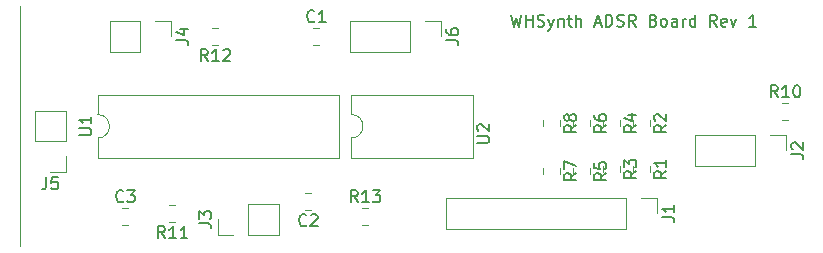
<source format=gbr>
G04 #@! TF.GenerationSoftware,KiCad,Pcbnew,(5.1.2-1)-1*
G04 #@! TF.CreationDate,2019-08-22T09:13:01-07:00*
G04 #@! TF.ProjectId,AS3310_ADSR,41533333-3130-45f4-9144-53522e6b6963,rev?*
G04 #@! TF.SameCoordinates,Original*
G04 #@! TF.FileFunction,Legend,Top*
G04 #@! TF.FilePolarity,Positive*
%FSLAX46Y46*%
G04 Gerber Fmt 4.6, Leading zero omitted, Abs format (unit mm)*
G04 Created by KiCad (PCBNEW (5.1.2-1)-1) date 2019-08-22 09:13:01*
%MOMM*%
%LPD*%
G04 APERTURE LIST*
%ADD10C,0.150000*%
%ADD11C,0.120000*%
G04 APERTURE END LIST*
D10*
X117762047Y-54062380D02*
X118000142Y-55062380D01*
X118190619Y-54348095D01*
X118381095Y-55062380D01*
X118619190Y-54062380D01*
X119000142Y-55062380D02*
X119000142Y-54062380D01*
X119000142Y-54538571D02*
X119571571Y-54538571D01*
X119571571Y-55062380D02*
X119571571Y-54062380D01*
X120000142Y-55014761D02*
X120143000Y-55062380D01*
X120381095Y-55062380D01*
X120476333Y-55014761D01*
X120523952Y-54967142D01*
X120571571Y-54871904D01*
X120571571Y-54776666D01*
X120523952Y-54681428D01*
X120476333Y-54633809D01*
X120381095Y-54586190D01*
X120190619Y-54538571D01*
X120095380Y-54490952D01*
X120047761Y-54443333D01*
X120000142Y-54348095D01*
X120000142Y-54252857D01*
X120047761Y-54157619D01*
X120095380Y-54110000D01*
X120190619Y-54062380D01*
X120428714Y-54062380D01*
X120571571Y-54110000D01*
X120904904Y-54395714D02*
X121143000Y-55062380D01*
X121381095Y-54395714D02*
X121143000Y-55062380D01*
X121047761Y-55300476D01*
X121000142Y-55348095D01*
X120904904Y-55395714D01*
X121762047Y-54395714D02*
X121762047Y-55062380D01*
X121762047Y-54490952D02*
X121809666Y-54443333D01*
X121904904Y-54395714D01*
X122047761Y-54395714D01*
X122143000Y-54443333D01*
X122190619Y-54538571D01*
X122190619Y-55062380D01*
X122523952Y-54395714D02*
X122904904Y-54395714D01*
X122666809Y-54062380D02*
X122666809Y-54919523D01*
X122714428Y-55014761D01*
X122809666Y-55062380D01*
X122904904Y-55062380D01*
X123238238Y-55062380D02*
X123238238Y-54062380D01*
X123666809Y-55062380D02*
X123666809Y-54538571D01*
X123619190Y-54443333D01*
X123523952Y-54395714D01*
X123381095Y-54395714D01*
X123285857Y-54443333D01*
X123238238Y-54490952D01*
X124857285Y-54776666D02*
X125333476Y-54776666D01*
X124762047Y-55062380D02*
X125095380Y-54062380D01*
X125428714Y-55062380D01*
X125762047Y-55062380D02*
X125762047Y-54062380D01*
X126000142Y-54062380D01*
X126143000Y-54110000D01*
X126238238Y-54205238D01*
X126285857Y-54300476D01*
X126333476Y-54490952D01*
X126333476Y-54633809D01*
X126285857Y-54824285D01*
X126238238Y-54919523D01*
X126143000Y-55014761D01*
X126000142Y-55062380D01*
X125762047Y-55062380D01*
X126714428Y-55014761D02*
X126857285Y-55062380D01*
X127095380Y-55062380D01*
X127190619Y-55014761D01*
X127238238Y-54967142D01*
X127285857Y-54871904D01*
X127285857Y-54776666D01*
X127238238Y-54681428D01*
X127190619Y-54633809D01*
X127095380Y-54586190D01*
X126904904Y-54538571D01*
X126809666Y-54490952D01*
X126762047Y-54443333D01*
X126714428Y-54348095D01*
X126714428Y-54252857D01*
X126762047Y-54157619D01*
X126809666Y-54110000D01*
X126904904Y-54062380D01*
X127143000Y-54062380D01*
X127285857Y-54110000D01*
X128285857Y-55062380D02*
X127952523Y-54586190D01*
X127714428Y-55062380D02*
X127714428Y-54062380D01*
X128095380Y-54062380D01*
X128190619Y-54110000D01*
X128238238Y-54157619D01*
X128285857Y-54252857D01*
X128285857Y-54395714D01*
X128238238Y-54490952D01*
X128190619Y-54538571D01*
X128095380Y-54586190D01*
X127714428Y-54586190D01*
X129809666Y-54538571D02*
X129952523Y-54586190D01*
X130000142Y-54633809D01*
X130047761Y-54729047D01*
X130047761Y-54871904D01*
X130000142Y-54967142D01*
X129952523Y-55014761D01*
X129857285Y-55062380D01*
X129476333Y-55062380D01*
X129476333Y-54062380D01*
X129809666Y-54062380D01*
X129904904Y-54110000D01*
X129952523Y-54157619D01*
X130000142Y-54252857D01*
X130000142Y-54348095D01*
X129952523Y-54443333D01*
X129904904Y-54490952D01*
X129809666Y-54538571D01*
X129476333Y-54538571D01*
X130619190Y-55062380D02*
X130523952Y-55014761D01*
X130476333Y-54967142D01*
X130428714Y-54871904D01*
X130428714Y-54586190D01*
X130476333Y-54490952D01*
X130523952Y-54443333D01*
X130619190Y-54395714D01*
X130762047Y-54395714D01*
X130857285Y-54443333D01*
X130904904Y-54490952D01*
X130952523Y-54586190D01*
X130952523Y-54871904D01*
X130904904Y-54967142D01*
X130857285Y-55014761D01*
X130762047Y-55062380D01*
X130619190Y-55062380D01*
X131809666Y-55062380D02*
X131809666Y-54538571D01*
X131762047Y-54443333D01*
X131666809Y-54395714D01*
X131476333Y-54395714D01*
X131381095Y-54443333D01*
X131809666Y-55014761D02*
X131714428Y-55062380D01*
X131476333Y-55062380D01*
X131381095Y-55014761D01*
X131333476Y-54919523D01*
X131333476Y-54824285D01*
X131381095Y-54729047D01*
X131476333Y-54681428D01*
X131714428Y-54681428D01*
X131809666Y-54633809D01*
X132285857Y-55062380D02*
X132285857Y-54395714D01*
X132285857Y-54586190D02*
X132333476Y-54490952D01*
X132381095Y-54443333D01*
X132476333Y-54395714D01*
X132571571Y-54395714D01*
X133333476Y-55062380D02*
X133333476Y-54062380D01*
X133333476Y-55014761D02*
X133238238Y-55062380D01*
X133047761Y-55062380D01*
X132952523Y-55014761D01*
X132904904Y-54967142D01*
X132857285Y-54871904D01*
X132857285Y-54586190D01*
X132904904Y-54490952D01*
X132952523Y-54443333D01*
X133047761Y-54395714D01*
X133238238Y-54395714D01*
X133333476Y-54443333D01*
X135143000Y-55062380D02*
X134809666Y-54586190D01*
X134571571Y-55062380D02*
X134571571Y-54062380D01*
X134952523Y-54062380D01*
X135047761Y-54110000D01*
X135095380Y-54157619D01*
X135143000Y-54252857D01*
X135143000Y-54395714D01*
X135095380Y-54490952D01*
X135047761Y-54538571D01*
X134952523Y-54586190D01*
X134571571Y-54586190D01*
X135952523Y-55014761D02*
X135857285Y-55062380D01*
X135666809Y-55062380D01*
X135571571Y-55014761D01*
X135523952Y-54919523D01*
X135523952Y-54538571D01*
X135571571Y-54443333D01*
X135666809Y-54395714D01*
X135857285Y-54395714D01*
X135952523Y-54443333D01*
X136000142Y-54538571D01*
X136000142Y-54633809D01*
X135523952Y-54729047D01*
X136333476Y-54395714D02*
X136571571Y-55062380D01*
X136809666Y-54395714D01*
X138476333Y-55062380D02*
X137904904Y-55062380D01*
X138190619Y-55062380D02*
X138190619Y-54062380D01*
X138095380Y-54205238D01*
X138000142Y-54300476D01*
X137904904Y-54348095D01*
D11*
X76200000Y-73660000D02*
X76200000Y-53340000D01*
X98104000Y-72704000D02*
X98104000Y-70044000D01*
X95504000Y-72704000D02*
X98104000Y-72704000D01*
X95504000Y-70044000D02*
X98104000Y-70044000D01*
X95504000Y-72704000D02*
X95504000Y-70044000D01*
X94234000Y-72704000D02*
X92904000Y-72704000D01*
X92904000Y-72704000D02*
X92904000Y-71374000D01*
X83760000Y-54550000D02*
X83760000Y-57210000D01*
X86360000Y-54550000D02*
X83760000Y-54550000D01*
X86360000Y-57210000D02*
X83760000Y-57210000D01*
X86360000Y-54550000D02*
X86360000Y-57210000D01*
X87630000Y-54550000D02*
X88960000Y-54550000D01*
X88960000Y-54550000D02*
X88960000Y-55880000D01*
X80070000Y-67370000D02*
X78740000Y-67370000D01*
X80070000Y-66040000D02*
X80070000Y-67370000D01*
X80070000Y-64770000D02*
X77410000Y-64770000D01*
X77410000Y-64770000D02*
X77410000Y-62170000D01*
X80070000Y-64770000D02*
X80070000Y-62170000D01*
X80070000Y-62170000D02*
X77410000Y-62170000D01*
X82744000Y-62500000D02*
G75*
G02X82744000Y-64500000I0J-1000000D01*
G01*
X82744000Y-64500000D02*
X82744000Y-66150000D01*
X82744000Y-66150000D02*
X103184000Y-66150000D01*
X103184000Y-66150000D02*
X103184000Y-60850000D01*
X103184000Y-60850000D02*
X82744000Y-60850000D01*
X82744000Y-60850000D02*
X82744000Y-62500000D01*
X104207000Y-62500000D02*
G75*
G02X104207000Y-64500000I0J-1000000D01*
G01*
X104207000Y-64500000D02*
X104207000Y-66150000D01*
X104207000Y-66150000D02*
X114487000Y-66150000D01*
X114487000Y-66150000D02*
X114487000Y-60850000D01*
X114487000Y-60850000D02*
X104207000Y-60850000D01*
X104207000Y-60850000D02*
X104207000Y-62500000D01*
X101008922Y-55170000D02*
X101526078Y-55170000D01*
X101008922Y-56590000D02*
X101526078Y-56590000D01*
X100842578Y-69140000D02*
X100325422Y-69140000D01*
X100842578Y-70560000D02*
X100325422Y-70560000D01*
X84831422Y-70410000D02*
X85348578Y-70410000D01*
X84831422Y-71830000D02*
X85348578Y-71830000D01*
X112208000Y-69536000D02*
X112208000Y-72196000D01*
X127508000Y-69536000D02*
X112208000Y-69536000D01*
X127508000Y-72196000D02*
X112208000Y-72196000D01*
X127508000Y-69536000D02*
X127508000Y-72196000D01*
X128778000Y-69536000D02*
X130108000Y-69536000D01*
X130108000Y-69536000D02*
X130108000Y-70866000D01*
X141030000Y-64202000D02*
X141030000Y-65532000D01*
X139700000Y-64202000D02*
X141030000Y-64202000D01*
X138430000Y-64202000D02*
X138430000Y-66862000D01*
X138430000Y-66862000D02*
X133290000Y-66862000D01*
X138430000Y-64202000D02*
X133290000Y-64202000D01*
X133290000Y-64202000D02*
X133290000Y-66862000D01*
X104080000Y-54550000D02*
X104080000Y-57210000D01*
X109220000Y-54550000D02*
X104080000Y-54550000D01*
X109220000Y-57210000D02*
X104080000Y-57210000D01*
X109220000Y-54550000D02*
X109220000Y-57210000D01*
X110490000Y-54550000D02*
X111820000Y-54550000D01*
X111820000Y-54550000D02*
X111820000Y-55880000D01*
X129488000Y-66875922D02*
X129488000Y-67393078D01*
X128068000Y-66875922D02*
X128068000Y-67393078D01*
X128068000Y-62987422D02*
X128068000Y-63504578D01*
X129488000Y-62987422D02*
X129488000Y-63504578D01*
X126948000Y-66875922D02*
X126948000Y-67393078D01*
X125528000Y-66875922D02*
X125528000Y-67393078D01*
X125528000Y-62987422D02*
X125528000Y-63504578D01*
X126948000Y-62987422D02*
X126948000Y-63504578D01*
X124408000Y-67051422D02*
X124408000Y-67568578D01*
X122988000Y-67051422D02*
X122988000Y-67568578D01*
X122988000Y-62987422D02*
X122988000Y-63504578D01*
X124408000Y-62987422D02*
X124408000Y-63504578D01*
X121868000Y-67051422D02*
X121868000Y-67568578D01*
X120448000Y-67051422D02*
X120448000Y-67568578D01*
X120448000Y-62987422D02*
X120448000Y-63504578D01*
X121868000Y-62987422D02*
X121868000Y-63504578D01*
X140711422Y-62940000D02*
X141228578Y-62940000D01*
X140711422Y-61520000D02*
X141228578Y-61520000D01*
X89334078Y-71576000D02*
X88816922Y-71576000D01*
X89334078Y-70156000D02*
X88816922Y-70156000D01*
X92968578Y-55170000D02*
X92451422Y-55170000D01*
X92968578Y-56590000D02*
X92451422Y-56590000D01*
X105151422Y-70410000D02*
X105668578Y-70410000D01*
X105151422Y-71830000D02*
X105668578Y-71830000D01*
D10*
X91356380Y-71707333D02*
X92070666Y-71707333D01*
X92213523Y-71754952D01*
X92308761Y-71850190D01*
X92356380Y-71993047D01*
X92356380Y-72088285D01*
X91356380Y-71326380D02*
X91356380Y-70707333D01*
X91737333Y-71040666D01*
X91737333Y-70897809D01*
X91784952Y-70802571D01*
X91832571Y-70754952D01*
X91927809Y-70707333D01*
X92165904Y-70707333D01*
X92261142Y-70754952D01*
X92308761Y-70802571D01*
X92356380Y-70897809D01*
X92356380Y-71183523D01*
X92308761Y-71278761D01*
X92261142Y-71326380D01*
X89412380Y-56213333D02*
X90126666Y-56213333D01*
X90269523Y-56260952D01*
X90364761Y-56356190D01*
X90412380Y-56499047D01*
X90412380Y-56594285D01*
X89745714Y-55308571D02*
X90412380Y-55308571D01*
X89364761Y-55546666D02*
X90079047Y-55784761D01*
X90079047Y-55165714D01*
X78406666Y-67822380D02*
X78406666Y-68536666D01*
X78359047Y-68679523D01*
X78263809Y-68774761D01*
X78120952Y-68822380D01*
X78025714Y-68822380D01*
X79359047Y-67822380D02*
X78882857Y-67822380D01*
X78835238Y-68298571D01*
X78882857Y-68250952D01*
X78978095Y-68203333D01*
X79216190Y-68203333D01*
X79311428Y-68250952D01*
X79359047Y-68298571D01*
X79406666Y-68393809D01*
X79406666Y-68631904D01*
X79359047Y-68727142D01*
X79311428Y-68774761D01*
X79216190Y-68822380D01*
X78978095Y-68822380D01*
X78882857Y-68774761D01*
X78835238Y-68727142D01*
X81196380Y-64261904D02*
X82005904Y-64261904D01*
X82101142Y-64214285D01*
X82148761Y-64166666D01*
X82196380Y-64071428D01*
X82196380Y-63880952D01*
X82148761Y-63785714D01*
X82101142Y-63738095D01*
X82005904Y-63690476D01*
X81196380Y-63690476D01*
X82196380Y-62690476D02*
X82196380Y-63261904D01*
X82196380Y-62976190D02*
X81196380Y-62976190D01*
X81339238Y-63071428D01*
X81434476Y-63166666D01*
X81482095Y-63261904D01*
X114895380Y-64896904D02*
X115704904Y-64896904D01*
X115800142Y-64849285D01*
X115847761Y-64801666D01*
X115895380Y-64706428D01*
X115895380Y-64515952D01*
X115847761Y-64420714D01*
X115800142Y-64373095D01*
X115704904Y-64325476D01*
X114895380Y-64325476D01*
X114990619Y-63896904D02*
X114943000Y-63849285D01*
X114895380Y-63754047D01*
X114895380Y-63515952D01*
X114943000Y-63420714D01*
X114990619Y-63373095D01*
X115085857Y-63325476D01*
X115181095Y-63325476D01*
X115323952Y-63373095D01*
X115895380Y-63944523D01*
X115895380Y-63325476D01*
X101100833Y-54587142D02*
X101053214Y-54634761D01*
X100910357Y-54682380D01*
X100815119Y-54682380D01*
X100672261Y-54634761D01*
X100577023Y-54539523D01*
X100529404Y-54444285D01*
X100481785Y-54253809D01*
X100481785Y-54110952D01*
X100529404Y-53920476D01*
X100577023Y-53825238D01*
X100672261Y-53730000D01*
X100815119Y-53682380D01*
X100910357Y-53682380D01*
X101053214Y-53730000D01*
X101100833Y-53777619D01*
X102053214Y-54682380D02*
X101481785Y-54682380D01*
X101767500Y-54682380D02*
X101767500Y-53682380D01*
X101672261Y-53825238D01*
X101577023Y-53920476D01*
X101481785Y-53968095D01*
X100417333Y-71857142D02*
X100369714Y-71904761D01*
X100226857Y-71952380D01*
X100131619Y-71952380D01*
X99988761Y-71904761D01*
X99893523Y-71809523D01*
X99845904Y-71714285D01*
X99798285Y-71523809D01*
X99798285Y-71380952D01*
X99845904Y-71190476D01*
X99893523Y-71095238D01*
X99988761Y-71000000D01*
X100131619Y-70952380D01*
X100226857Y-70952380D01*
X100369714Y-71000000D01*
X100417333Y-71047619D01*
X100798285Y-71047619D02*
X100845904Y-71000000D01*
X100941142Y-70952380D01*
X101179238Y-70952380D01*
X101274476Y-71000000D01*
X101322095Y-71047619D01*
X101369714Y-71142857D01*
X101369714Y-71238095D01*
X101322095Y-71380952D01*
X100750666Y-71952380D01*
X101369714Y-71952380D01*
X84923333Y-69827142D02*
X84875714Y-69874761D01*
X84732857Y-69922380D01*
X84637619Y-69922380D01*
X84494761Y-69874761D01*
X84399523Y-69779523D01*
X84351904Y-69684285D01*
X84304285Y-69493809D01*
X84304285Y-69350952D01*
X84351904Y-69160476D01*
X84399523Y-69065238D01*
X84494761Y-68970000D01*
X84637619Y-68922380D01*
X84732857Y-68922380D01*
X84875714Y-68970000D01*
X84923333Y-69017619D01*
X85256666Y-68922380D02*
X85875714Y-68922380D01*
X85542380Y-69303333D01*
X85685238Y-69303333D01*
X85780476Y-69350952D01*
X85828095Y-69398571D01*
X85875714Y-69493809D01*
X85875714Y-69731904D01*
X85828095Y-69827142D01*
X85780476Y-69874761D01*
X85685238Y-69922380D01*
X85399523Y-69922380D01*
X85304285Y-69874761D01*
X85256666Y-69827142D01*
X130560380Y-71199333D02*
X131274666Y-71199333D01*
X131417523Y-71246952D01*
X131512761Y-71342190D01*
X131560380Y-71485047D01*
X131560380Y-71580285D01*
X131560380Y-70199333D02*
X131560380Y-70770761D01*
X131560380Y-70485047D02*
X130560380Y-70485047D01*
X130703238Y-70580285D01*
X130798476Y-70675523D01*
X130846095Y-70770761D01*
X141482380Y-65865333D02*
X142196666Y-65865333D01*
X142339523Y-65912952D01*
X142434761Y-66008190D01*
X142482380Y-66151047D01*
X142482380Y-66246285D01*
X141577619Y-65436761D02*
X141530000Y-65389142D01*
X141482380Y-65293904D01*
X141482380Y-65055809D01*
X141530000Y-64960571D01*
X141577619Y-64912952D01*
X141672857Y-64865333D01*
X141768095Y-64865333D01*
X141910952Y-64912952D01*
X142482380Y-65484380D01*
X142482380Y-64865333D01*
X112272380Y-56213333D02*
X112986666Y-56213333D01*
X113129523Y-56260952D01*
X113224761Y-56356190D01*
X113272380Y-56499047D01*
X113272380Y-56594285D01*
X112272380Y-55308571D02*
X112272380Y-55499047D01*
X112320000Y-55594285D01*
X112367619Y-55641904D01*
X112510476Y-55737142D01*
X112700952Y-55784761D01*
X113081904Y-55784761D01*
X113177142Y-55737142D01*
X113224761Y-55689523D01*
X113272380Y-55594285D01*
X113272380Y-55403809D01*
X113224761Y-55308571D01*
X113177142Y-55260952D01*
X113081904Y-55213333D01*
X112843809Y-55213333D01*
X112748571Y-55260952D01*
X112700952Y-55308571D01*
X112653333Y-55403809D01*
X112653333Y-55594285D01*
X112700952Y-55689523D01*
X112748571Y-55737142D01*
X112843809Y-55784761D01*
X130880380Y-67301166D02*
X130404190Y-67634500D01*
X130880380Y-67872595D02*
X129880380Y-67872595D01*
X129880380Y-67491642D01*
X129928000Y-67396404D01*
X129975619Y-67348785D01*
X130070857Y-67301166D01*
X130213714Y-67301166D01*
X130308952Y-67348785D01*
X130356571Y-67396404D01*
X130404190Y-67491642D01*
X130404190Y-67872595D01*
X130880380Y-66348785D02*
X130880380Y-66920214D01*
X130880380Y-66634500D02*
X129880380Y-66634500D01*
X130023238Y-66729738D01*
X130118476Y-66824976D01*
X130166095Y-66920214D01*
X130880380Y-63412666D02*
X130404190Y-63746000D01*
X130880380Y-63984095D02*
X129880380Y-63984095D01*
X129880380Y-63603142D01*
X129928000Y-63507904D01*
X129975619Y-63460285D01*
X130070857Y-63412666D01*
X130213714Y-63412666D01*
X130308952Y-63460285D01*
X130356571Y-63507904D01*
X130404190Y-63603142D01*
X130404190Y-63984095D01*
X129975619Y-63031714D02*
X129928000Y-62984095D01*
X129880380Y-62888857D01*
X129880380Y-62650761D01*
X129928000Y-62555523D01*
X129975619Y-62507904D01*
X130070857Y-62460285D01*
X130166095Y-62460285D01*
X130308952Y-62507904D01*
X130880380Y-63079333D01*
X130880380Y-62460285D01*
X128340380Y-67301166D02*
X127864190Y-67634500D01*
X128340380Y-67872595D02*
X127340380Y-67872595D01*
X127340380Y-67491642D01*
X127388000Y-67396404D01*
X127435619Y-67348785D01*
X127530857Y-67301166D01*
X127673714Y-67301166D01*
X127768952Y-67348785D01*
X127816571Y-67396404D01*
X127864190Y-67491642D01*
X127864190Y-67872595D01*
X127340380Y-66967833D02*
X127340380Y-66348785D01*
X127721333Y-66682119D01*
X127721333Y-66539261D01*
X127768952Y-66444023D01*
X127816571Y-66396404D01*
X127911809Y-66348785D01*
X128149904Y-66348785D01*
X128245142Y-66396404D01*
X128292761Y-66444023D01*
X128340380Y-66539261D01*
X128340380Y-66824976D01*
X128292761Y-66920214D01*
X128245142Y-66967833D01*
X128340380Y-63412666D02*
X127864190Y-63746000D01*
X128340380Y-63984095D02*
X127340380Y-63984095D01*
X127340380Y-63603142D01*
X127388000Y-63507904D01*
X127435619Y-63460285D01*
X127530857Y-63412666D01*
X127673714Y-63412666D01*
X127768952Y-63460285D01*
X127816571Y-63507904D01*
X127864190Y-63603142D01*
X127864190Y-63984095D01*
X127673714Y-62555523D02*
X128340380Y-62555523D01*
X127292761Y-62793619D02*
X128007047Y-63031714D01*
X128007047Y-62412666D01*
X125800380Y-67476666D02*
X125324190Y-67810000D01*
X125800380Y-68048095D02*
X124800380Y-68048095D01*
X124800380Y-67667142D01*
X124848000Y-67571904D01*
X124895619Y-67524285D01*
X124990857Y-67476666D01*
X125133714Y-67476666D01*
X125228952Y-67524285D01*
X125276571Y-67571904D01*
X125324190Y-67667142D01*
X125324190Y-68048095D01*
X124800380Y-66571904D02*
X124800380Y-67048095D01*
X125276571Y-67095714D01*
X125228952Y-67048095D01*
X125181333Y-66952857D01*
X125181333Y-66714761D01*
X125228952Y-66619523D01*
X125276571Y-66571904D01*
X125371809Y-66524285D01*
X125609904Y-66524285D01*
X125705142Y-66571904D01*
X125752761Y-66619523D01*
X125800380Y-66714761D01*
X125800380Y-66952857D01*
X125752761Y-67048095D01*
X125705142Y-67095714D01*
X125800380Y-63412666D02*
X125324190Y-63746000D01*
X125800380Y-63984095D02*
X124800380Y-63984095D01*
X124800380Y-63603142D01*
X124848000Y-63507904D01*
X124895619Y-63460285D01*
X124990857Y-63412666D01*
X125133714Y-63412666D01*
X125228952Y-63460285D01*
X125276571Y-63507904D01*
X125324190Y-63603142D01*
X125324190Y-63984095D01*
X124800380Y-62555523D02*
X124800380Y-62746000D01*
X124848000Y-62841238D01*
X124895619Y-62888857D01*
X125038476Y-62984095D01*
X125228952Y-63031714D01*
X125609904Y-63031714D01*
X125705142Y-62984095D01*
X125752761Y-62936476D01*
X125800380Y-62841238D01*
X125800380Y-62650761D01*
X125752761Y-62555523D01*
X125705142Y-62507904D01*
X125609904Y-62460285D01*
X125371809Y-62460285D01*
X125276571Y-62507904D01*
X125228952Y-62555523D01*
X125181333Y-62650761D01*
X125181333Y-62841238D01*
X125228952Y-62936476D01*
X125276571Y-62984095D01*
X125371809Y-63031714D01*
X123260380Y-67476666D02*
X122784190Y-67810000D01*
X123260380Y-68048095D02*
X122260380Y-68048095D01*
X122260380Y-67667142D01*
X122308000Y-67571904D01*
X122355619Y-67524285D01*
X122450857Y-67476666D01*
X122593714Y-67476666D01*
X122688952Y-67524285D01*
X122736571Y-67571904D01*
X122784190Y-67667142D01*
X122784190Y-68048095D01*
X122260380Y-67143333D02*
X122260380Y-66476666D01*
X123260380Y-66905238D01*
X123260380Y-63412666D02*
X122784190Y-63746000D01*
X123260380Y-63984095D02*
X122260380Y-63984095D01*
X122260380Y-63603142D01*
X122308000Y-63507904D01*
X122355619Y-63460285D01*
X122450857Y-63412666D01*
X122593714Y-63412666D01*
X122688952Y-63460285D01*
X122736571Y-63507904D01*
X122784190Y-63603142D01*
X122784190Y-63984095D01*
X122688952Y-62841238D02*
X122641333Y-62936476D01*
X122593714Y-62984095D01*
X122498476Y-63031714D01*
X122450857Y-63031714D01*
X122355619Y-62984095D01*
X122308000Y-62936476D01*
X122260380Y-62841238D01*
X122260380Y-62650761D01*
X122308000Y-62555523D01*
X122355619Y-62507904D01*
X122450857Y-62460285D01*
X122498476Y-62460285D01*
X122593714Y-62507904D01*
X122641333Y-62555523D01*
X122688952Y-62650761D01*
X122688952Y-62841238D01*
X122736571Y-62936476D01*
X122784190Y-62984095D01*
X122879428Y-63031714D01*
X123069904Y-63031714D01*
X123165142Y-62984095D01*
X123212761Y-62936476D01*
X123260380Y-62841238D01*
X123260380Y-62650761D01*
X123212761Y-62555523D01*
X123165142Y-62507904D01*
X123069904Y-62460285D01*
X122879428Y-62460285D01*
X122784190Y-62507904D01*
X122736571Y-62555523D01*
X122688952Y-62650761D01*
X140327142Y-61032380D02*
X139993809Y-60556190D01*
X139755714Y-61032380D02*
X139755714Y-60032380D01*
X140136666Y-60032380D01*
X140231904Y-60080000D01*
X140279523Y-60127619D01*
X140327142Y-60222857D01*
X140327142Y-60365714D01*
X140279523Y-60460952D01*
X140231904Y-60508571D01*
X140136666Y-60556190D01*
X139755714Y-60556190D01*
X141279523Y-61032380D02*
X140708095Y-61032380D01*
X140993809Y-61032380D02*
X140993809Y-60032380D01*
X140898571Y-60175238D01*
X140803333Y-60270476D01*
X140708095Y-60318095D01*
X141898571Y-60032380D02*
X141993809Y-60032380D01*
X142089047Y-60080000D01*
X142136666Y-60127619D01*
X142184285Y-60222857D01*
X142231904Y-60413333D01*
X142231904Y-60651428D01*
X142184285Y-60841904D01*
X142136666Y-60937142D01*
X142089047Y-60984761D01*
X141993809Y-61032380D01*
X141898571Y-61032380D01*
X141803333Y-60984761D01*
X141755714Y-60937142D01*
X141708095Y-60841904D01*
X141660476Y-60651428D01*
X141660476Y-60413333D01*
X141708095Y-60222857D01*
X141755714Y-60127619D01*
X141803333Y-60080000D01*
X141898571Y-60032380D01*
X88432642Y-72968380D02*
X88099309Y-72492190D01*
X87861214Y-72968380D02*
X87861214Y-71968380D01*
X88242166Y-71968380D01*
X88337404Y-72016000D01*
X88385023Y-72063619D01*
X88432642Y-72158857D01*
X88432642Y-72301714D01*
X88385023Y-72396952D01*
X88337404Y-72444571D01*
X88242166Y-72492190D01*
X87861214Y-72492190D01*
X89385023Y-72968380D02*
X88813595Y-72968380D01*
X89099309Y-72968380D02*
X89099309Y-71968380D01*
X89004071Y-72111238D01*
X88908833Y-72206476D01*
X88813595Y-72254095D01*
X90337404Y-72968380D02*
X89765976Y-72968380D01*
X90051690Y-72968380D02*
X90051690Y-71968380D01*
X89956452Y-72111238D01*
X89861214Y-72206476D01*
X89765976Y-72254095D01*
X92067142Y-57982380D02*
X91733809Y-57506190D01*
X91495714Y-57982380D02*
X91495714Y-56982380D01*
X91876666Y-56982380D01*
X91971904Y-57030000D01*
X92019523Y-57077619D01*
X92067142Y-57172857D01*
X92067142Y-57315714D01*
X92019523Y-57410952D01*
X91971904Y-57458571D01*
X91876666Y-57506190D01*
X91495714Y-57506190D01*
X93019523Y-57982380D02*
X92448095Y-57982380D01*
X92733809Y-57982380D02*
X92733809Y-56982380D01*
X92638571Y-57125238D01*
X92543333Y-57220476D01*
X92448095Y-57268095D01*
X93400476Y-57077619D02*
X93448095Y-57030000D01*
X93543333Y-56982380D01*
X93781428Y-56982380D01*
X93876666Y-57030000D01*
X93924285Y-57077619D01*
X93971904Y-57172857D01*
X93971904Y-57268095D01*
X93924285Y-57410952D01*
X93352857Y-57982380D01*
X93971904Y-57982380D01*
X104767142Y-69922380D02*
X104433809Y-69446190D01*
X104195714Y-69922380D02*
X104195714Y-68922380D01*
X104576666Y-68922380D01*
X104671904Y-68970000D01*
X104719523Y-69017619D01*
X104767142Y-69112857D01*
X104767142Y-69255714D01*
X104719523Y-69350952D01*
X104671904Y-69398571D01*
X104576666Y-69446190D01*
X104195714Y-69446190D01*
X105719523Y-69922380D02*
X105148095Y-69922380D01*
X105433809Y-69922380D02*
X105433809Y-68922380D01*
X105338571Y-69065238D01*
X105243333Y-69160476D01*
X105148095Y-69208095D01*
X106052857Y-68922380D02*
X106671904Y-68922380D01*
X106338571Y-69303333D01*
X106481428Y-69303333D01*
X106576666Y-69350952D01*
X106624285Y-69398571D01*
X106671904Y-69493809D01*
X106671904Y-69731904D01*
X106624285Y-69827142D01*
X106576666Y-69874761D01*
X106481428Y-69922380D01*
X106195714Y-69922380D01*
X106100476Y-69874761D01*
X106052857Y-69827142D01*
M02*

</source>
